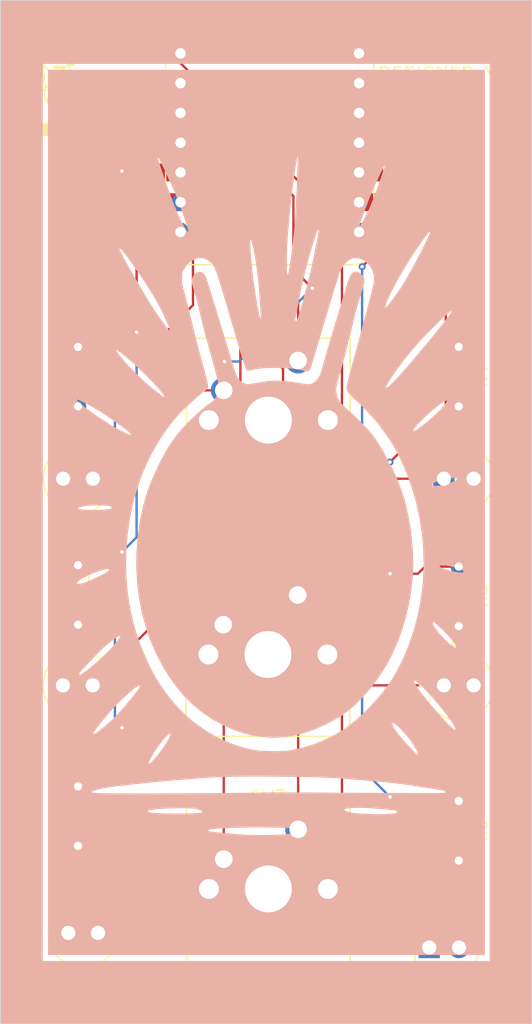
<source format=kicad_pcb>
(kicad_pcb (version 20241229) (generator "pcbnew") (generator_version "9.0")
  (layers (0 "F.Cu" signal) (2 "B.Cu" signal) (13 "F.Paste" user) (15 "B.Paste" user) (5 "F.SilkS" user "F.Silkscreen") (7 "B.SilkS" user "B.Silkscreen") (1 "F.Mask" user) (3 "B.Mask" user) (25 "Edge.Cuts" user))
  (net 0 "")
  (net 1 "Net-(D1-PadA)")
  (net 2 "GND")
  (net 3 "Net-(D2-PadA)")
  (net 4 "Net-(D3-PadA)")
  (net 5 "Net-(D4-PadA)")
  (net 6 "Net-(D5-PadA)")
  (net 7 "Net-(D6-PadA)")
  (net 8 "LED 1")
  (net 9 "LED 2")
  (net 10 "LED 3")
  (net 11 "LED4")
  (net 12 "Switch 1")
  (net 13 "Switch 2")
  (net 14 "Switch 3")
  (net 17 "LED6")
  (net 23 "LED5")
  (footprint "Button_Switch_Keyboard:SW_Cherry_MX_1.00u_PCB" (layer "F.Cu") (at 185.04 109.92)
    (property "Reference" "SW3" (at -2.54 -2.794 0) (layer "F.SilkS"))
    (property "Value" "SW_Push")
    (pad "" np_thru_hole circle (at -7.62 5.08) (size 1.7 1.7) (drill 1.7) (layers "*.Cu" "*.Mask"))
    (pad "" np_thru_hole circle (at -2.54 5.08) (size 4 4) (drill 4) (layers "*.Cu" "*.Mask"))
    (pad "" np_thru_hole circle (at 2.54 5.08) (size 1.7 1.7) (drill 1.7) (layers "*.Cu" "*.Mask"))
    (pad "1" thru_hole circle (at 0 0) (size 2.2 2.2) (drill 1.5) (layers "*.Cu" "*.Mask") (net 14 "Switch 3"))
    (pad "2" thru_hole circle (at -6.35 2.54) (size 2.2 2.2) (drill 1.5) (layers "*.Cu" "*.Mask") (net 2 "GND"))
  )
  (footprint "Resistor_THT:R_Axial_DIN0204_L3.6mm_D1.6mm_P5.08mm_Horizontal" (layer "F.Cu") (at 166.25 106.25 -90)
    (property "Reference" "R1" (at 2.54 -1.92 90) (layer "F.SilkS"))
    (property "Value" "Resistor")
    (pad "1" thru_hole circle (at 0 0 270) (size 1.4 1.4) (drill 0.7) (layers "*.Cu" "*.Mask") (net 8 "LED 1"))
    (pad "2" thru_hole oval (at 5.08 0 270) (size 1.4 1.4) (drill 0.7) (layers "*.Cu" "*.Mask") (net 1 "Net-(D1-PadA)"))
  )
  (footprint "footprints:LEDRD254W57D500H1070" (layer "F.Cu") (at 198.75 80)
    (property "Reference" "D4" (at 0.04 -3.708 0) (layer "F.SilkS") (effects (font (size 0.8 0.8))))
    (property "Value" "L08R5000Q1")
    (pad "A" thru_hole circle (at 1.27 0) (size 1.815 1.815) (drill 1.21) (layers "*.Cu" "*.Mask") (net 5 "Net-(D4-PadA)"))
    (pad "C" thru_hole rect (at -1.27 0) (size 1.815 1.815) (drill 1.21) (layers "*.Cu" "*.Mask") (net 2 "GND"))
  )
  (footprint "footprints:LEDRD254W57D500H1070" (layer "F.Cu") (at 166.6875 118.75 180)
    (property "Reference" "D1" (at 0.04 -3.708 0) (layer "F.SilkS") (effects (font (size 0.8 0.8))))
    (property "Value" "L08R5000Q1")
    (pad "A" thru_hole circle (at 1.27 0 180) (size 1.815 1.815) (drill 1.21) (layers "*.Cu" "*.Mask") (net 1 "Net-(D1-PadA)"))
    (pad "C" thru_hole rect (at -1.27 0 180) (size 1.815 1.815) (drill 1.21) (layers "*.Cu" "*.Mask") (net 2 "GND"))
  )
  (footprint "Resistor_THT:R_Axial_DIN0204_L3.6mm_D1.6mm_P5.08mm_Horizontal" (layer "F.Cu") (at 166.25 87.38 -90)
    (property "Reference" "R2" (at 2.54 -1.92 90) (layer "F.SilkS"))
    (property "Value" "Resistor")
    (pad "1" thru_hole circle (at 0 0 270) (size 1.4 1.4) (drill 0.7) (layers "*.Cu" "*.Mask") (net 9 "LED 2"))
    (pad "2" thru_hole oval (at 5.08 0 270) (size 1.4 1.4) (drill 0.7) (layers "*.Cu" "*.Mask") (net 3 "Net-(D2-PadA)"))
  )
  (footprint "Resistor_THT:R_Axial_DIN0204_L3.6mm_D1.6mm_P5.08mm_Horizontal" (layer "F.Cu") (at 198.75 87.5 -90)
    (property "Reference" "R5" (at 2.54 -1.92 90) (layer "F.SilkS"))
    (property "Value" "Resistor")
    (pad "1" thru_hole circle (at 0 0 270) (size 1.4 1.4) (drill 0.7) (layers "*.Cu" "*.Mask") (net 23 "LED5"))
    (pad "2" thru_hole oval (at 5.08 0 270) (size 1.4 1.4) (drill 0.7) (layers "*.Cu" "*.Mask") (net 6 "Net-(D5-PadA)"))
  )
  (footprint "footprints:LEDRD254W57D500H1070" (layer "F.Cu") (at 197.5 120)
    (property "Reference" "D6" (at 0.04 -3.708 0) (layer "F.SilkS") (effects (font (size 0.8 0.8))))
    (property "Value" "L08R5000Q1")
    (pad "A" thru_hole circle (at 1.27 0) (size 1.815 1.815) (drill 1.21) (layers "*.Cu" "*.Mask") (net 7 "Net-(D6-PadA)"))
    (pad "C" thru_hole rect (at -1.27 0) (size 1.815 1.815) (drill 1.21) (layers "*.Cu" "*.Mask") (net 2 "GND"))
  )
  (footprint "footprints:LEDRD254W57D500H1070" (layer "F.Cu") (at 198.75 97.63125)
    (property "Reference" "D5" (at 0.04 -3.708 0) (layer "F.SilkS") (effects (font (size 0.8 0.8))))
    (property "Value" "L08R5000Q1")
    (pad "A" thru_hole circle (at 1.27 0) (size 1.815 1.815) (drill 1.21) (layers "*.Cu" "*.Mask") (net 6 "Net-(D5-PadA)"))
    (pad "C" thru_hole rect (at -1.27 0) (size 1.815 1.815) (drill 1.21) (layers "*.Cu" "*.Mask") (net 2 "GND"))
  )
  (footprint "Symbol:KiCad-Logo2_5mm_SilkScreen" (layer "F.Cu") (at 198.31 42.5)
    (property "Reference" "REF**" (hide yes))
    (property "Value" "KiCad-Logo2_5mm_SilkScreen" (hide yes))
  )
  (footprint "Symbol:WEEE-Logo_5.6x8mm_SilkScreen" (layer "F.Cu") (at 164.38 46.76)
    (property "Reference" "REF**" (hide yes))
    (property "Value" "WEEE-Logo_5.6x8mm_SilkScreen" (hide yes))
  )
  (footprint "Button_Switch_Keyboard:SW_Cherry_MX_1.00u_PCB" (layer "F.Cu") (at 185 89.92)
    (property "Reference" "SW2" (at -2.54 -2.794 0) (layer "F.SilkS"))
    (property "Value" "SW_Push")
    (pad "" np_thru_hole circle (at -7.62 5.08) (size 1.7 1.7) (drill 1.7) (layers "*.Cu" "*.Mask"))
    (pad "" np_thru_hole circle (at -2.54 5.08) (size 4 4) (drill 4) (layers "*.Cu" "*.Mask"))
    (pad "" np_thru_hole circle (at 2.54 5.08) (size 1.7 1.7) (drill 1.7) (layers "*.Cu" "*.Mask"))
    (pad "1" thru_hole circle (at 0 0) (size 2.2 2.2) (drill 1.5) (layers "*.Cu" "*.Mask") (net 13 "Switch 2"))
    (pad "2" thru_hole circle (at -6.35 2.54) (size 2.2 2.2) (drill 1.5) (layers "*.Cu" "*.Mask") (net 2 "GND"))
  )
  (footprint "Resistor_THT:R_Axial_DIN0204_L3.6mm_D1.6mm_P5.08mm_Horizontal" (layer "F.Cu") (at 198.75 107.5 -90)
    (property "Reference" "R6" (at 2.54 -1.92 90) (layer "F.SilkS"))
    (property "Value" "Resistor")
    (pad "1" thru_hole circle (at 0 0 270) (size 1.4 1.4) (drill 0.7) (layers "*.Cu" "*.Mask") (net 17 "LED6"))
    (pad "2" thru_hole oval (at 5.08 0 270) (size 1.4 1.4) (drill 0.7) (layers "*.Cu" "*.Mask") (net 7 "Net-(D6-PadA)"))
  )
  (footprint "footprints:LEDRD254W57D500H1070" (layer "F.Cu") (at 166.25 80 180)
    (property "Reference" "D3" (at 0.04 -3.708 0) (layer "F.SilkS") (effects (font (size 0.8 0.8))))
    (property "Value" "L08R5000Q1")
    (pad "A" thru_hole circle (at 1.27 0 180) (size 1.815 1.815) (drill 1.21) (layers "*.Cu" "*.Mask") (net 4 "Net-(D3-PadA)"))
    (pad "C" thru_hole rect (at -1.27 0 180) (size 1.815 1.815) (drill 1.21) (layers "*.Cu" "*.Mask") (net 2 "GND"))
  )
  (footprint "footprints:LEDRD254W57D500H1070" (layer "F.Cu") (at 166.23 97.63125 180)
    (property "Reference" "D2" (at 0.04 -3.708 0) (layer "F.SilkS") (effects (font (size 0.8 0.8))))
    (property "Value" "L08R5000Q1")
    (pad "A" thru_hole circle (at 1.27 0 180) (size 1.815 1.815) (drill 1.21) (layers "*.Cu" "*.Mask") (net 3 "Net-(D2-PadA)"))
    (pad "C" thru_hole rect (at -1.27 0 180) (size 1.815 1.815) (drill 1.21) (layers "*.Cu" "*.Mask") (net 2 "GND"))
  )
  (footprint "footprints:XIAO-RP2040-DIP" (layer "F.Cu") (at 182.62 51.33)
    (property "Reference" "U1" (at 0.73625 -1.32375 0) (layer "F.SilkS") (effects (font (size 0.635 0.635) (thickness 0.1016))))
    (property "Value" "XIAO-RP2040-DIP")
    (pad "1" smd roundrect (at -8.455 -7.62 180) (size 2.432 1.524) (layers "F.Cu" "F.Mask") (roundrect_rratio 0.1) (net 12 "Switch 1"))
    (pad "1" thru_hole circle (at -7.62 -7.62 180) (size 1.524 1.524) (drill 0.889) (layers "*.Cu" "*.Mask") (net 12 "Switch 1"))
    (pad "2" smd roundrect (at -8.455 -5.08 180) (size 2.432 1.524) (layers "F.Cu" "F.Mask") (roundrect_rratio 0.1) (net 13 "Switch 2"))
    (pad "2" thru_hole circle (at -7.62 -5.08 180) (size 1.524 1.524) (drill 0.889) (layers "*.Cu" "*.Mask") (net 13 "Switch 2"))
    (pad "3" smd roundrect (at -8.455 -2.54 180) (size 2.432 1.524) (layers "F.Cu" "F.Mask") (roundrect_rratio 0.1) (net 14 "Switch 3"))
    (pad "3" thru_hole circle (at -7.62 -2.54 180) (size 1.524 1.524) (drill 0.889) (layers "*.Cu" "*.Mask") (net 14 "Switch 3"))
    (pad "4" smd roundrect (at -8.455 0 180) (size 2.432 1.524) (layers "F.Cu" "F.Mask") (roundrect_rratio 0.1) (net 8 "LED 1"))
    (pad "4" thru_hole circle (at -7.62 0 180) (size 1.524 1.524) (drill 0.889) (layers "*.Cu" "*.Mask") (net 8 "LED 1"))
    (pad "5" smd roundrect (at -8.455 2.54 180) (size 2.432 1.524) (layers "F.Cu" "F.Mask") (roundrect_rratio 0.1) (net 9 "LED 2"))
    (pad "5" thru_hole circle (at -7.62 2.54 180) (size 1.524 1.524) (drill 0.889) (layers "*.Cu" "*.Mask") (net 9 "LED 2"))
    (pad "6" smd roundrect (at -8.455 5.08 180) (size 2.432 1.524) (layers "F.Cu" "F.Mask") (roundrect_rratio 0.1) (net 10 "LED 3"))
    (pad "6" thru_hole circle (at -7.62 5.08 180) (size 1.524 1.524) (drill 0.889) (layers "*.Cu" "*.Mask") (net 10 "LED 3"))
    (pad "7" smd roundrect (at -8.455 7.62 180) (size 2.432 1.524) (layers "F.Cu" "F.Mask") (roundrect_rratio 0.1))
    (pad "7" thru_hole circle (at -7.62 7.62 180) (size 1.524 1.524) (drill 0.889) (layers "*.Cu" "*.Mask"))
    (pad "8" thru_hole circle (at 7.62 7.62) (size 1.524 1.524) (drill 0.889) (layers "*.Cu" "*.Mask"))
    (pad "8" smd roundrect (at 8.455 7.62) (size 2.432 1.524) (layers "F.Cu" "F.Mask") (roundrect_rratio 0.1))
    (pad "9" thru_hole circle (at 7.62 5.08) (size 1.524 1.524) (drill 0.889) (layers "*.Cu" "*.Mask") (net 17 "LED6"))
    (pad "9" smd roundrect (at 8.455 5.08) (size 2.432 1.524) (layers "F.Cu" "F.Mask") (roundrect_rratio 0.1) (net 17 "LED6"))
    (pad "10" thru_hole circle (at 7.62 2.54) (size 1.524 1.524) (drill 0.889) (layers "*.Cu" "*.Mask") (net 23 "LED5"))
    (pad "10" smd roundrect (at 8.455 2.54) (size 2.432 1.524) (layers "F.Cu" "F.Mask") (roundrect_rratio 0.1) (net 23 "LED5"))
    (pad "11" thru_hole circle (at 7.62 0) (size 1.524 1.524) (drill 0.889) (layers "*.Cu" "*.Mask") (net 11 "LED4"))
    (pad "11" smd roundrect (at 8.455 0) (size 2.432 1.524) (layers "F.Cu" "F.Mask") (roundrect_rratio 0.1) (net 11 "LED4"))
    (pad "12" thru_hole circle (at 7.62 -2.54) (size 1.524 1.524) (drill 0.889) (layers "*.Cu" "*.Mask"))
    (pad "12" smd roundrect (at 8.455 -2.54) (size 2.432 1.524) (layers "F.Cu" "F.Mask") (roundrect_rratio 0.1))
    (pad "13" thru_hole circle (at 7.62 -5.08) (size 1.524 1.524) (drill 0.889) (layers "*.Cu" "*.Mask") (net 2 "GND"))
    (pad "13" smd roundrect (at 8.455 -5.08) (size 2.432 1.524) (layers "F.Cu" "F.Mask") (roundrect_rratio 0.1) (net 2 "GND"))
    (pad "14" thru_hole circle (at 7.62 -7.62) (size 1.524 1.524) (drill 0.889) (layers "*.Cu" "*.Mask"))
    (pad "14" smd roundrect (at 8.455 -7.62) (size 2.432 1.524) (layers "F.Cu" "F.Mask") (roundrect_rratio 0.1))
  )
  (footprint "Resistor_THT:R_Axial_DIN0204_L3.6mm_D1.6mm_P5.08mm_Horizontal" (layer "F.Cu") (at 166.25 68.75 -90)
    (property "Reference" "R3" (at -2.075 0 90) (layer "F.SilkS"))
    (property "Value" "Resistor")
    (pad "1" thru_hole circle (at 0 0 270) (size 1.4 1.4) (drill 0.7) (layers "*.Cu" "*.Mask") (net 10 "LED 3"))
    (pad "2" thru_hole oval (at 5.08 0 270) (size 1.4 1.4) (drill 0.7) (layers "*.Cu" "*.Mask") (net 4 "Net-(D3-PadA)"))
  )
  (footprint "Button_Switch_Keyboard:SW_Cherry_MX_1.00u_PCB" (layer "F.Cu") (at 185.04 69.92)
    (property "Reference" "SW1" (at -2.54 -2.794 0) (layer "F.SilkS"))
    (property "Value" "SW_Push")
    (pad "" np_thru_hole circle (at -7.62 5.08) (size 1.7 1.7) (drill 1.7) (layers "*.Cu" "*.Mask"))
    (pad "" np_thru_hole circle (at -2.54 5.08) (size 4 4) (drill 4) (layers "*.Cu" "*.Mask"))
    (pad "" np_thru_hole circle (at 2.54 5.08) (size 1.7 1.7) (drill 1.7) (layers "*.Cu" "*.Mask"))
    (pad "1" thru_hole circle (at 0 0) (size 2.2 2.2) (drill 1.5) (layers "*.Cu" "*.Mask") (net 12 "Switch 1"))
    (pad "2" thru_hole circle (at -6.35 2.54) (size 2.2 2.2) (drill 1.5) (layers "*.Cu" "*.Mask") (net 2 "GND"))
  )
  (footprint "Resistor_THT:R_Axial_DIN0204_L3.6mm_D1.6mm_P5.08mm_Horizontal" (layer "F.Cu") (at 198.75 68.75 -90)
    (property "Reference" "R4" (at 2.54 -1.92 90) (layer "F.SilkS"))
    (property "Value" "Resistor")
    (pad "1" thru_hole circle (at 0 0 270) (size 1.4 1.4) (drill 0.7) (layers "*.Cu" "*.Mask") (net 11 "LED4"))
    (pad "2" thru_hole oval (at 5.08 0 270) (size 1.4 1.4) (drill 0.7) (layers "*.Cu" "*.Mask") (net 5 "Net-(D4-PadA)"))
  )
  (footprint "graphics:silkscreen_overlay_v2" (layer "B.Cu") (at 182.31 82.85 180)
    (property "Reference" "G***" (at 0 0 0) (layer "B.SilkS") (effects (font (size 1.5 1.5) (thickness 0.3)) (justify mirror)))
    (property "Value" "LOGO" (hide yes))
  )
  (gr_rect (start 159.61375 39.18) (end 204.9975 126.50625) (stroke (width 0.05)) (fill no) (layer "Edge.Cuts"))
  (gr_text "by: mntadros" (at 160.89 41.49 0) (layer "F.SilkS") (effects (font (size 1 1) (thickness 0.1)) (justify left bottom)))
  (segment (start 166.25 117.48) (end 164.98 118.75) (width 0.2) (layer "F.Cu") (net 1))
  (segment (start 166.25 111.33) (end 166.25 117.48) (width 0.2) (layer "F.Cu") (net 1))
  (segment (start 178.75 72.4) (end 178.69 72.46) (width 0.2) (layer "F.Cu") (net 2))
  (segment (start 188.781 97.63125) (end 188.781 98.75) (width 0.2) (layer "F.Cu") (net 2))
  (segment (start 188.781 98.75) (end 188.781 120) (width 0.2) (layer "F.Cu") (net 2))
  (segment (start 178.69 112.46) (end 178.69 92.5) (width 0.2) (layer "F.Cu") (net 2))
  (segment (start 172.67125 92.46) (end 178.65 92.46) (width 0.2) (layer "F.Cu") (net 2))
  (segment (start 178.69 92.5) (end 178.65 92.46) (width 0.2) (layer "F.Cu") (net 2))
  (segment (start 196.23 120) (end 188.781 120) (width 0.2) (layer "F.Cu") (net 2))
  (segment (start 178.69 72.46) (end 178.69 92.42) (width 0.2) (layer "F.Cu") (net 2))
  (segment (start 191.075 46.25) (end 185.441 51.884) (width 0.2) (layer "F.Cu") (net 2))
  (segment (start 197.48 80) (end 188.781 80) (width 0.2) (layer "F.Cu") (net 2))
  (segment (start 173.81 112.46) (end 167.52 118.75) (width 0.2) (layer "F.Cu") (net 2))
  (segment (start 178.69 72.46) (end 175.04 72.46) (width 0.2) (layer "F.Cu") (net 2))
  (segment (start 178.69 92.42) (end 178.65 92.46) (width 0.2) (layer "F.Cu") (net 2))
  (segment (start 197.48 97.63125) (end 188.781 97.63125) (width 0.2) (layer "F.Cu") (net 2))
  (segment (start 172.67125 92.46) (end 167.5 97.63125) (width 0.2) (layer "F.Cu") (net 2))
  (segment (start 178.75 70) (end 178.75 72.4) (width 0.2) (layer "F.Cu") (net 2))
  (segment (start 185.441 51.884) (end 185.441 62.941) (width 0.2) (layer "F.Cu") (net 2))
  (segment (start 175.04 72.46) (end 167.52 79.98) (width 0.2) (layer "F.Cu") (net 2))
  (segment (start 188.781 47.709) (end 188.781 80) (width 0.2) (layer "F.Cu") (net 2))
  (segment (start 178.69 112.46) (end 173.81 112.46) (width 0.2) (layer "F.Cu") (net 2))
  (segment (start 190.24 46.25) (end 188.781 47.709) (width 0.2) (layer "F.Cu") (net 2))
  (segment (start 167.52 79.98) (end 167.52 80) (width 0.2) (layer "F.Cu") (net 2))
  (segment (start 185.441 62.941) (end 186.25 63.75) (width 0.2) (layer "F.Cu") (net 2))
  (segment (start 188.781 80) (end 188.781 97.63125) (width 0.2) (layer "F.Cu") (net 2))
  (via (at 186.25 63.75) (size 0.6) (drill 0.3) (layers "F.Cu" "B.Cu") (net 2))
  (via (at 178.75 70) (size 0.6) (drill 0.3) (layers "F.Cu" "B.Cu") (net 2))
  (segment (start 180 70) (end 178.75 70) (width 0.2) (layer "B.Cu") (net 2))
  (segment (start 186.25 63.75) (end 180 70) (width 0.2) (layer "B.Cu") (net 2))
  (segment (start 178.75 72.4) (end 178.69 72.46) (width 0.2) (layer "B.Cu") (net 2))
  (segment (start 166.25 92.46) (end 166.25 97.46) (width 0.2) (layer "F.Cu") (net 3))
  (segment (start 164.96 97.63125) (end 166.07875 97.63125) (width 0.2) (layer "F.Cu") (net 3))
  (segment (start 166.07875 97.63125) (end 166.25 97.46) (width 0.2) (layer "F.Cu") (net 3))
  (segment (start 166.25 78.73) (end 164.98 80) (width 0.2) (layer "F.Cu") (net 4))
  (segment (start 166.25 73.83) (end 166.25 78.73) (width 0.2) (layer "F.Cu") (net 4))
  (segment (start 198.75 73.83) (end 198.75 78.73) (width 0.2) (layer "F.Cu") (net 5))
  (segment (start 198.75 78.73) (end 200.02 80) (width 0.2) (layer "F.Cu") (net 5))
  (segment (start 200.02 97.63125) (end 200.02 93.85) (width 0.2) (layer "F.Cu") (net 6))
  (segment (start 198.75 92.58) (end 200.02 93.85) (width 0.2) (layer "F.Cu") (net 6))
  (segment (start 198.75 119.98) (end 198.77 120) (width 0.2) (layer "F.Cu") (net 7))
  (segment (start 198.75 112.58) (end 198.75 119.98) (width 0.2) (layer "F.Cu") (net 7))
  (segment (start 170 53.75) (end 172.42 51.33) (width 0.2) (layer "F.Cu") (net 8))
  (segment (start 166.25 105) (end 170 101.25) (width 0.2) (layer "F.Cu") (net 8))
  (segment (start 172.42 51.33) (end 175 51.33) (width 0.2) (layer "F.Cu") (net 8))
  (segment (start 166.25 106.25) (end 166.25 105) (width 0.2) (layer "F.Cu") (net 8))
  (via (at 170 101.25) (size 0.6) (drill 0.3) (layers "F.Cu" "B.Cu") (net 8))
  (via (at 170 53.75) (size 0.6) (drill 0.3) (layers "F.Cu" "B.Cu") (net 8))
  (segment (start 170 101.25) (end 169.399 100.649) (width 0.2) (layer "B.Cu") (net 8))
  (segment (start 169.399 54.351) (end 170 53.75) (width 0.2) (layer "B.Cu") (net 8))
  (segment (start 169.399 100.649) (end 169.399 54.351) (width 0.2) (layer "B.Cu") (net 8))
  (segment (start 175 53.87) (end 173.63 53.87) (width 0.2) (layer "F.Cu") (net 9))
  (segment (start 170 86.25) (end 168.87 87.38) (width 0.2) (layer "F.Cu") (net 9))
  (segment (start 171.25 56.25) (end 171.25 67.5) (width 0.2) (layer "F.Cu") (net 9))
  (segment (start 168.87 87.38) (end 166.25 87.38) (width 0.2) (layer "F.Cu") (net 9))
  (segment (start 173.63 53.87) (end 171.25 56.25) (width 0.2) (layer "F.Cu") (net 9))
  (via (at 170 86.25) (size 0.6) (drill 0.3) (layers "F.Cu" "B.Cu") (net 9))
  (via (at 171.25 67.5) (size 0.6) (drill 0.3) (layers "F.Cu" "B.Cu") (net 9))
  (segment (start 171.25 67.5) (end 171.25 85) (width 0.2) (layer "B.Cu") (net 9))
  (segment (start 171.25 85) (end 170 86.25) (width 0.2) (layer "B.Cu") (net 9))
  (segment (start 172.5 68.75) (end 166.25 68.75) (width 0.2) (layer "F.Cu") (net 10))
  (segment (start 176.063 65.187) (end 172.5 68.75) (width 0.2) (layer "F.Cu") (net 10))
  (segment (start 176.063 57.473) (end 176.063 65.187) (width 0.2) (layer "F.Cu") (net 10))
  (segment (start 175 56.41) (end 176.063 57.473) (width 0.2) (layer "F.Cu") (net 10))
  (segment (start 191.31763 51.33) (end 198.75 58.76237) (width 0.2) (layer "F.Cu") (net 11))
  (segment (start 198.75 58.76237) (end 198.75 68.75) (width 0.2) (layer "F.Cu") (net 11))
  (segment (start 190.24 51.33) (end 191.31763 51.33) (width 0.2) (layer "F.Cu") (net 11))
  (segment (start 174.165 43.71) (end 185.04 54.585) (width 0.2) (layer "F.Cu") (net 12))
  (segment (start 185.04 54.585) (end 185.04 69.92) (width 0.2) (layer "F.Cu") (net 12))
  (segment (start 183.639 70.500314) (end 183.75 70.611314) (width 0.2) (layer "F.Cu") (net 13))
  (segment (start 183.75 69.228686) (end 183.639 69.339686) (width 0.2) (layer "F.Cu") (net 13))
  (segment (start 184.639 55.889) (end 184.639 67.695746) (width 0.2) (layer "F.Cu") (net 13))
  (segment (start 184.639 67.695746) (end 183.75 68.584746) (width 0.2) (layer "F.Cu") (net 13))
  (segment (start 183.75 68.584746) (end 183.75 69.228686) (width 0.2) (layer "F.Cu") (net 13))
  (segment (start 185 74.175184) (end 185 89.92) (width 0.2) (layer "F.Cu") (net 13))
  (segment (start 183.639 69.339686) (end 183.639 70.500314) (width 0.2) (layer "F.Cu") (net 13))
  (segment (start 183.75 70.611314) (end 183.75 72.925184) (width 0.2) (layer "F.Cu") (net 13))
  (segment (start 175 46.25) (end 184.639 55.889) (width 0.2) (layer "F.Cu") (net 13))
  (segment (start 183.75 72.925184) (end 185 74.175184) (width 0.2) (layer "F.Cu") (net 13))
  (segment (start 175 48.79) (end 174.165 48.79) (width 0.2) (layer "F.Cu") (net 14))
  (segment (start 184.419686 91.321) (end 185 91.321) (width 0.2) (layer "F.Cu") (net 14))
  (segment (start 185.04 91.361) (end 185.04 109.92) (width 0.2) (layer "F.Cu") (net 14))
  (segment (start 180.109 87.010314) (end 184.419686 91.321) (width 0.2) (layer "F.Cu") (net 14))
  (segment (start 175 48.79) (end 180.109 53.899) (width 0.2) (layer "F.Cu") (net 14))
  (segment (start 180.109 53.899) (end 180.109 87.010314) (width 0.2) (layer "F.Cu") (net 14))
  (segment (start 185 91.321) (end 185.04 91.361) (width 0.2) (layer "F.Cu") (net 14))
  (segment (start 192.592 57.68437) (end 191.31763 56.41) (width 0.2) (layer "F.Cu") (net 17))
  (segment (start 191.31763 56.41) (end 190.24 56.41) (width 0.2) (layer "F.Cu") (net 17))
  (segment (start 193.225 107.5) (end 192.88125 107.15625) (width 0.2) (layer "F.Cu") (net 17))
  (segment (start 198.75 107.5) (end 193.225 107.5) (width 0.2) (layer "F.Cu") (net 17))
  (segment (start 190.5 61.9125) (end 192.592 59.8205) (width 0.2) (layer "F.Cu") (net 17))
  (segment (start 192.592 59.8205) (end 192.592 57.68437) (width 0.2) (layer "F.Cu") (net 17))
  (via (at 192.88125 107.15625) (size 0.6) (drill 0.3) (layers "F.Cu" "B.Cu") (net 17))
  (via (at 190.5 61.9125) (size 0.6) (drill 0.3) (layers "F.Cu" "B.Cu") (net 17))
  (segment (start 190.5 104.775) (end 190.5 61.9125) (width 0.2) (layer "B.Cu") (net 17))
  (segment (start 192.88125 107.15625) (end 190.5 104.775) (width 0.2) (layer "B.Cu") (net 17))
  (segment (start 195.86875 87.5) (end 198.75 87.5) (width 0.2) (layer "F.Cu") (net 23))
  (segment (start 191.31763 53.87) (end 197.64375 60.19612) (width 0.2) (layer "F.Cu") (net 23))
  (segment (start 192.88125 88.10625) (end 195.2625 88.10625) (width 0.2) (layer "F.Cu") (net 23))
  (segment (start 195.2625 88.10625) (end 195.86875 87.5) (width 0.2) (layer "F.Cu") (net 23))
  (segment (start 197.64375 73.81875) (end 192.88125 78.58125) (width 0.2) (layer "F.Cu") (net 23))
  (segment (start 190.24 53.87) (end 191.31763 53.87) (width 0.2) (layer "F.Cu") (net 23))
  (segment (start 197.64375 60.19612) (end 197.64375 73.81875) (width 0.2) (layer "F.Cu") (net 23))
  (via (at 192.88125 88.10625) (size 0.6) (drill 0.3) (layers "F.Cu" "B.Cu") (net 23))
  (via (at 192.88125 78.58125) (size 0.6) (drill 0.3) (layers "F.Cu" "B.Cu") (net 23))
  (segment (start 192.88125 78.58125) (end 192.88125 88.10625) (width 0.2) (layer "B.Cu") (net 23))
)
</source>
